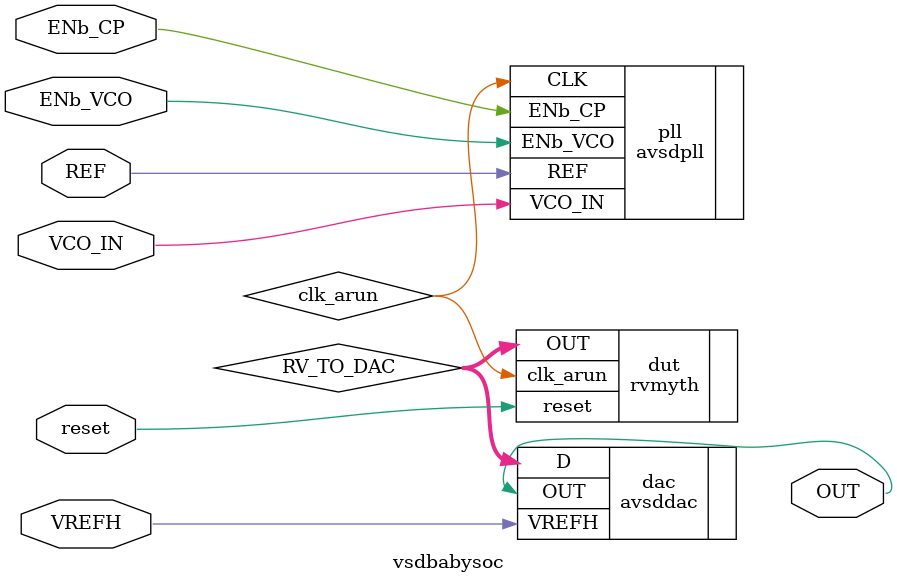
<source format=v>
module vsdbabysoc (
   output wire OUT,
   //
   input  wire reset,
   //
   input  wire VCO_IN,
   input  wire ENb_CP,
   input  wire ENb_VCO,
   input  wire REF,
   //
   // input  wire VREFL,
   input  wire VREFH
);

   wire clk_arun;
   wire [9:0] RV_TO_DAC;

   rvmyth dut(
      .OUT(RV_TO_DAC),
      .clk_arun(clk_arun),
      .reset(reset)
   );

   avsdpll pll (
      .CLK(clk_arun),
      .VCO_IN(VCO_IN),
      .ENb_CP(ENb_CP),
      .ENb_VCO(ENb_VCO),
      .REF(REF)
   );

   avsddac dac (
      .OUT(OUT),
      .D(RV_TO_DAC),
      // .VREFL(VREFL),
      .VREFH(VREFH)
   );
   
endmodule

</source>
